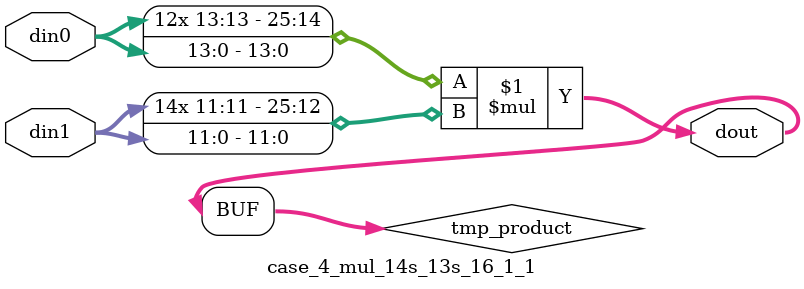
<source format=v>

`timescale 1 ns / 1 ps

 module case_4_mul_14s_13s_16_1_1(din0, din1, dout);
parameter ID = 1;
parameter NUM_STAGE = 0;
parameter din0_WIDTH = 14;
parameter din1_WIDTH = 12;
parameter dout_WIDTH = 26;

input [din0_WIDTH - 1 : 0] din0; 
input [din1_WIDTH - 1 : 0] din1; 
output [dout_WIDTH - 1 : 0] dout;

wire signed [dout_WIDTH - 1 : 0] tmp_product;



























assign tmp_product = $signed(din0) * $signed(din1);








assign dout = tmp_product;





















endmodule

</source>
